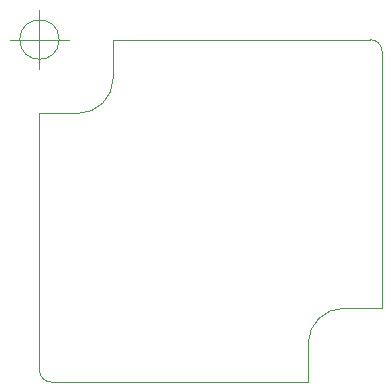
<source format=gbr>
G04 #@! TF.GenerationSoftware,KiCad,Pcbnew,7.0.11-7.0.11~ubuntu22.04.1*
G04 #@! TF.CreationDate,2024-04-10T19:00:30+01:00*
G04 #@! TF.ProjectId,KitchenTimer,4b697463-6865-46e5-9469-6d65722e6b69,rev?*
G04 #@! TF.SameCoordinates,PX44794c0PY22243c0*
G04 #@! TF.FileFunction,Profile,NP*
%FSLAX45Y45*%
G04 Gerber Fmt 4.5, Leading zero omitted, Abs format (unit mm)*
G04 Created by KiCad (PCBNEW 7.0.11-7.0.11~ubuntu22.04.1) date 2024-04-10 19:00:30*
%MOMM*%
%LPD*%
G01*
G04 APERTURE LIST*
G04 #@! TA.AperFunction,Profile*
%ADD10C,0.100000*%
G04 #@! TD*
G04 APERTURE END LIST*
D10*
X2900000Y-100000D02*
G75*
G03*
X2800000Y0I-100000J0D01*
G01*
X2275000Y-2900000D02*
X100000Y-2900000D01*
X0Y-2800000D02*
G75*
G03*
X100000Y-2900000I100000J0D01*
G01*
X0Y-2800000D02*
X0Y-625000D01*
X625000Y-325000D02*
X625000Y0D01*
X2900000Y-100000D02*
X2900000Y-2275000D01*
X325000Y-625000D02*
G75*
G03*
X625000Y-325000I0J300000D01*
G01*
X2800000Y0D02*
X625000Y0D01*
X2575000Y-2275000D02*
X2900000Y-2275000D01*
X2275000Y-2575000D02*
X2275000Y-2900000D01*
X2575000Y-2275000D02*
G75*
G03*
X2275000Y-2575000I0J-300000D01*
G01*
X325000Y-625000D02*
X0Y-625000D01*
X166667Y0D02*
G75*
G03*
X-166667Y0I-166667J0D01*
G01*
X-166667Y0D02*
G75*
G03*
X166667Y0I166667J0D01*
G01*
X-250000Y0D02*
X250000Y0D01*
X0Y250000D02*
X0Y-250000D01*
M02*

</source>
